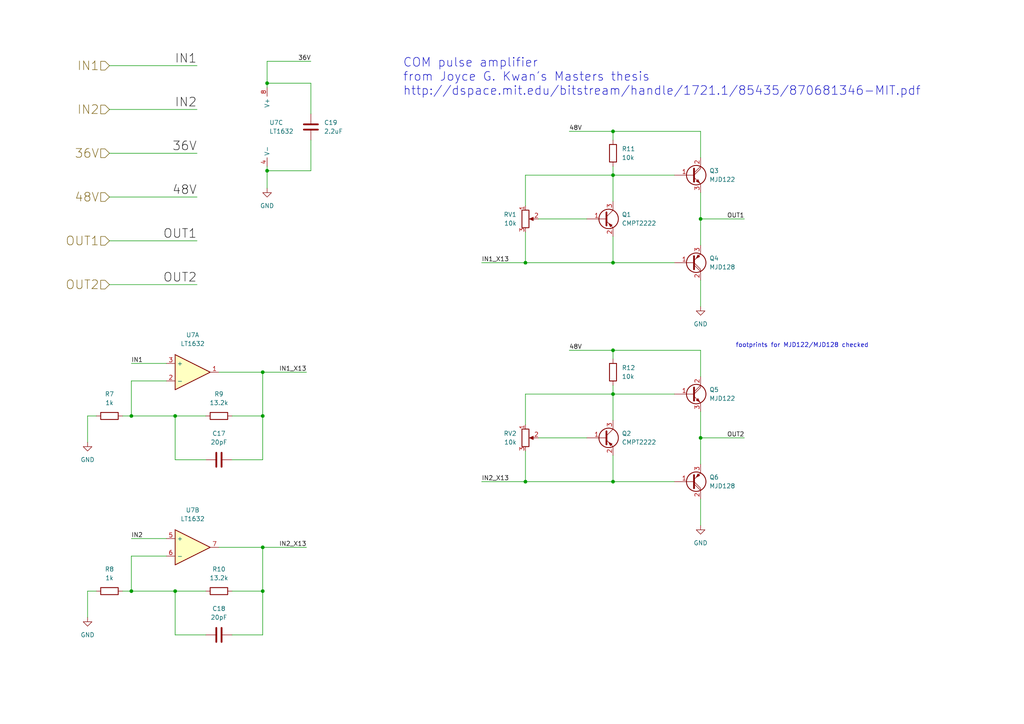
<source format=kicad_sch>
(kicad_sch (version 20211123) (generator eeschema)

  (uuid f5d5bd4a-108f-418f-8859-779e2f50ba63)

  (paper "A4")

  (lib_symbols
    (symbol "Device:C" (pin_numbers hide) (pin_names (offset 0.254)) (in_bom yes) (on_board yes)
      (property "Reference" "C" (id 0) (at 0.635 2.54 0)
        (effects (font (size 1.27 1.27)) (justify left))
      )
      (property "Value" "C" (id 1) (at 0.635 -2.54 0)
        (effects (font (size 1.27 1.27)) (justify left))
      )
      (property "Footprint" "" (id 2) (at 0.9652 -3.81 0)
        (effects (font (size 1.27 1.27)) hide)
      )
      (property "Datasheet" "~" (id 3) (at 0 0 0)
        (effects (font (size 1.27 1.27)) hide)
      )
      (property "ki_keywords" "cap capacitor" (id 4) (at 0 0 0)
        (effects (font (size 1.27 1.27)) hide)
      )
      (property "ki_description" "Unpolarized capacitor" (id 5) (at 0 0 0)
        (effects (font (size 1.27 1.27)) hide)
      )
      (property "ki_fp_filters" "C_*" (id 6) (at 0 0 0)
        (effects (font (size 1.27 1.27)) hide)
      )
      (symbol "C_0_1"
        (polyline
          (pts
            (xy -2.032 -0.762)
            (xy 2.032 -0.762)
          )
          (stroke (width 0.508) (type default) (color 0 0 0 0))
          (fill (type none))
        )
        (polyline
          (pts
            (xy -2.032 0.762)
            (xy 2.032 0.762)
          )
          (stroke (width 0.508) (type default) (color 0 0 0 0))
          (fill (type none))
        )
      )
      (symbol "C_1_1"
        (pin passive line (at 0 3.81 270) (length 2.794)
          (name "~" (effects (font (size 1.27 1.27))))
          (number "1" (effects (font (size 1.27 1.27))))
        )
        (pin passive line (at 0 -3.81 90) (length 2.794)
          (name "~" (effects (font (size 1.27 1.27))))
          (number "2" (effects (font (size 1.27 1.27))))
        )
      )
    )
    (symbol "Device:Q_NPN_Darlington_BCE" (pin_names (offset 0) hide) (in_bom yes) (on_board yes)
      (property "Reference" "Q" (id 0) (at 4.572 1.27 0)
        (effects (font (size 1.27 1.27)) (justify left))
      )
      (property "Value" "Q_NPN_Darlington_BCE" (id 1) (at 4.572 -1.27 0)
        (effects (font (size 1.27 1.27)) (justify left))
      )
      (property "Footprint" "" (id 2) (at 5.08 2.54 0)
        (effects (font (size 1.27 1.27)) hide)
      )
      (property "Datasheet" "~" (id 3) (at 0 0 0)
        (effects (font (size 1.27 1.27)) hide)
      )
      (property "ki_keywords" "transistor NPN Darlington" (id 4) (at 0 0 0)
        (effects (font (size 1.27 1.27)) hide)
      )
      (property "ki_description" "NPN Darlington transistor, base/collector/emitter" (id 5) (at 0 0 0)
        (effects (font (size 1.27 1.27)) hide)
      )
      (symbol "Q_NPN_Darlington_BCE_0_1"
        (polyline
          (pts
            (xy 0.635 0.635)
            (xy 2.54 2.54)
          )
          (stroke (width 0) (type default) (color 0 0 0 0))
          (fill (type none))
        )
        (polyline
          (pts
            (xy 0.635 -0.635)
            (xy 2.54 -2.54)
            (xy 2.54 -2.54)
          )
          (stroke (width 0) (type default) (color 0 0 0 0))
          (fill (type none))
        )
        (polyline
          (pts
            (xy 0.635 0)
            (xy 2.54 1.905)
            (xy 2.54 2.54)
          )
          (stroke (width 0) (type default) (color 0 0 0 0))
          (fill (type none))
        )
        (polyline
          (pts
            (xy 0.635 1.905)
            (xy 0.635 -1.905)
            (xy 0.635 -1.905)
          )
          (stroke (width 0.508) (type default) (color 0 0 0 0))
          (fill (type none))
        )
        (polyline
          (pts
            (xy 1.27 -1.778)
            (xy 1.778 -1.27)
            (xy 2.286 -2.286)
            (xy 1.27 -1.778)
            (xy 1.27 -1.778)
          )
          (stroke (width 0) (type default) (color 0 0 0 0))
          (fill (type outline))
        )
        (circle (center 1.27 0) (radius 2.8194)
          (stroke (width 0.254) (type default) (color 0 0 0 0))
          (fill (type none))
        )
      )
      (symbol "Q_NPN_Darlington_BCE_1_1"
        (pin input line (at -5.08 0 0) (length 5.715)
          (name "B" (effects (font (size 1.27 1.27))))
          (number "1" (effects (font (size 1.27 1.27))))
        )
        (pin passive line (at 2.54 5.08 270) (length 2.54)
          (name "C" (effects (font (size 1.27 1.27))))
          (number "2" (effects (font (size 1.27 1.27))))
        )
        (pin passive line (at 2.54 -5.08 90) (length 2.54)
          (name "E" (effects (font (size 1.27 1.27))))
          (number "3" (effects (font (size 1.27 1.27))))
        )
      )
    )
    (symbol "Device:Q_PNP_Darlington_BCE" (pin_names (offset 0) hide) (in_bom yes) (on_board yes)
      (property "Reference" "Q" (id 0) (at 4.572 1.27 0)
        (effects (font (size 1.27 1.27)) (justify left))
      )
      (property "Value" "Q_PNP_Darlington_BCE" (id 1) (at 4.572 -1.27 0)
        (effects (font (size 1.27 1.27)) (justify left))
      )
      (property "Footprint" "" (id 2) (at 5.08 2.54 0)
        (effects (font (size 1.27 1.27)) hide)
      )
      (property "Datasheet" "~" (id 3) (at 0 0 0)
        (effects (font (size 1.27 1.27)) hide)
      )
      (property "ki_keywords" "transistor PNP Darlington" (id 4) (at 0 0 0)
        (effects (font (size 1.27 1.27)) hide)
      )
      (property "ki_description" "PNP Darlington transistor, base/collector/emitter" (id 5) (at 0 0 0)
        (effects (font (size 1.27 1.27)) hide)
      )
      (symbol "Q_PNP_Darlington_BCE_0_1"
        (polyline
          (pts
            (xy 0.635 0.635)
            (xy 2.54 2.54)
          )
          (stroke (width 0) (type default) (color 0 0 0 0))
          (fill (type none))
        )
        (polyline
          (pts
            (xy 0.635 -0.635)
            (xy 2.54 -2.54)
            (xy 2.54 -2.54)
          )
          (stroke (width 0) (type default) (color 0 0 0 0))
          (fill (type none))
        )
        (polyline
          (pts
            (xy 0.635 0)
            (xy 2.54 1.905)
            (xy 2.54 2.54)
          )
          (stroke (width 0) (type default) (color 0 0 0 0))
          (fill (type none))
        )
        (polyline
          (pts
            (xy 0.635 1.905)
            (xy 0.635 -1.905)
            (xy 0.635 -1.905)
          )
          (stroke (width 0.508) (type default) (color 0 0 0 0))
          (fill (type none))
        )
        (polyline
          (pts
            (xy 2.286 -1.778)
            (xy 1.778 -2.286)
            (xy 1.27 -1.27)
            (xy 2.286 -1.778)
            (xy 2.286 -1.778)
          )
          (stroke (width 0) (type default) (color 0 0 0 0))
          (fill (type outline))
        )
        (circle (center 1.27 0) (radius 2.8194)
          (stroke (width 0.254) (type default) (color 0 0 0 0))
          (fill (type none))
        )
      )
      (symbol "Q_PNP_Darlington_BCE_1_1"
        (pin input line (at -5.08 0 0) (length 5.715)
          (name "B" (effects (font (size 1.27 1.27))))
          (number "1" (effects (font (size 1.27 1.27))))
        )
        (pin passive line (at 2.54 5.08 270) (length 2.54)
          (name "C" (effects (font (size 1.27 1.27))))
          (number "2" (effects (font (size 1.27 1.27))))
        )
        (pin passive line (at 2.54 -5.08 90) (length 2.54)
          (name "E" (effects (font (size 1.27 1.27))))
          (number "3" (effects (font (size 1.27 1.27))))
        )
      )
    )
    (symbol "Device:R" (pin_numbers hide) (pin_names (offset 0)) (in_bom yes) (on_board yes)
      (property "Reference" "R" (id 0) (at 2.032 0 90)
        (effects (font (size 1.27 1.27)))
      )
      (property "Value" "R" (id 1) (at 0 0 90)
        (effects (font (size 1.27 1.27)))
      )
      (property "Footprint" "" (id 2) (at -1.778 0 90)
        (effects (font (size 1.27 1.27)) hide)
      )
      (property "Datasheet" "~" (id 3) (at 0 0 0)
        (effects (font (size 1.27 1.27)) hide)
      )
      (property "ki_keywords" "R res resistor" (id 4) (at 0 0 0)
        (effects (font (size 1.27 1.27)) hide)
      )
      (property "ki_description" "Resistor" (id 5) (at 0 0 0)
        (effects (font (size 1.27 1.27)) hide)
      )
      (property "ki_fp_filters" "R_*" (id 6) (at 0 0 0)
        (effects (font (size 1.27 1.27)) hide)
      )
      (symbol "R_0_1"
        (rectangle (start -1.016 -2.54) (end 1.016 2.54)
          (stroke (width 0.254) (type default) (color 0 0 0 0))
          (fill (type none))
        )
      )
      (symbol "R_1_1"
        (pin passive line (at 0 3.81 270) (length 1.27)
          (name "~" (effects (font (size 1.27 1.27))))
          (number "1" (effects (font (size 1.27 1.27))))
        )
        (pin passive line (at 0 -3.81 90) (length 1.27)
          (name "~" (effects (font (size 1.27 1.27))))
          (number "2" (effects (font (size 1.27 1.27))))
        )
      )
    )
    (symbol "Device:R_Potentiometer" (pin_names (offset 1.016) hide) (in_bom yes) (on_board yes)
      (property "Reference" "RV" (id 0) (at -4.445 0 90)
        (effects (font (size 1.27 1.27)))
      )
      (property "Value" "R_Potentiometer" (id 1) (at -2.54 0 90)
        (effects (font (size 1.27 1.27)))
      )
      (property "Footprint" "" (id 2) (at 0 0 0)
        (effects (font (size 1.27 1.27)) hide)
      )
      (property "Datasheet" "~" (id 3) (at 0 0 0)
        (effects (font (size 1.27 1.27)) hide)
      )
      (property "ki_keywords" "resistor variable" (id 4) (at 0 0 0)
        (effects (font (size 1.27 1.27)) hide)
      )
      (property "ki_description" "Potentiometer" (id 5) (at 0 0 0)
        (effects (font (size 1.27 1.27)) hide)
      )
      (property "ki_fp_filters" "Potentiometer*" (id 6) (at 0 0 0)
        (effects (font (size 1.27 1.27)) hide)
      )
      (symbol "R_Potentiometer_0_1"
        (polyline
          (pts
            (xy 2.54 0)
            (xy 1.524 0)
          )
          (stroke (width 0) (type default) (color 0 0 0 0))
          (fill (type none))
        )
        (polyline
          (pts
            (xy 1.143 0)
            (xy 2.286 0.508)
            (xy 2.286 -0.508)
            (xy 1.143 0)
          )
          (stroke (width 0) (type default) (color 0 0 0 0))
          (fill (type outline))
        )
        (rectangle (start 1.016 2.54) (end -1.016 -2.54)
          (stroke (width 0.254) (type default) (color 0 0 0 0))
          (fill (type none))
        )
      )
      (symbol "R_Potentiometer_1_1"
        (pin passive line (at 0 3.81 270) (length 1.27)
          (name "1" (effects (font (size 1.27 1.27))))
          (number "1" (effects (font (size 1.27 1.27))))
        )
        (pin passive line (at 3.81 0 180) (length 1.27)
          (name "2" (effects (font (size 1.27 1.27))))
          (number "2" (effects (font (size 1.27 1.27))))
        )
        (pin passive line (at 0 -3.81 90) (length 1.27)
          (name "3" (effects (font (size 1.27 1.27))))
          (number "3" (effects (font (size 1.27 1.27))))
        )
      )
    )
    (symbol "Transistor_BJT:BC807" (pin_names (offset 0) hide) (in_bom yes) (on_board yes)
      (property "Reference" "Q" (id 0) (at 5.08 1.905 0)
        (effects (font (size 1.27 1.27)) (justify left))
      )
      (property "Value" "BC807" (id 1) (at 5.08 0 0)
        (effects (font (size 1.27 1.27)) (justify left))
      )
      (property "Footprint" "Package_TO_SOT_SMD:SOT-23" (id 2) (at 5.08 -1.905 0)
        (effects (font (size 1.27 1.27) italic) (justify left) hide)
      )
      (property "Datasheet" "https://www.onsemi.com/pub/Collateral/BC808-D.pdf" (id 3) (at 0 0 0)
        (effects (font (size 1.27 1.27)) (justify left) hide)
      )
      (property "ki_keywords" "PNP Transistor" (id 4) (at 0 0 0)
        (effects (font (size 1.27 1.27)) hide)
      )
      (property "ki_description" "0.8A Ic, 45V Vce, PNP Transistor, SOT-23" (id 5) (at 0 0 0)
        (effects (font (size 1.27 1.27)) hide)
      )
      (property "ki_fp_filters" "SOT?23*" (id 6) (at 0 0 0)
        (effects (font (size 1.27 1.27)) hide)
      )
      (symbol "BC807_0_1"
        (polyline
          (pts
            (xy 0.635 0.635)
            (xy 2.54 2.54)
          )
          (stroke (width 0) (type default) (color 0 0 0 0))
          (fill (type none))
        )
        (polyline
          (pts
            (xy 0.635 -0.635)
            (xy 2.54 -2.54)
            (xy 2.54 -2.54)
          )
          (stroke (width 0) (type default) (color 0 0 0 0))
          (fill (type none))
        )
        (polyline
          (pts
            (xy 0.635 1.905)
            (xy 0.635 -1.905)
            (xy 0.635 -1.905)
          )
          (stroke (width 0.508) (type default) (color 0 0 0 0))
          (fill (type none))
        )
        (polyline
          (pts
            (xy 2.286 -1.778)
            (xy 1.778 -2.286)
            (xy 1.27 -1.27)
            (xy 2.286 -1.778)
            (xy 2.286 -1.778)
          )
          (stroke (width 0) (type default) (color 0 0 0 0))
          (fill (type outline))
        )
        (circle (center 1.27 0) (radius 2.8194)
          (stroke (width 0.254) (type default) (color 0 0 0 0))
          (fill (type none))
        )
      )
      (symbol "BC807_1_1"
        (pin input line (at -5.08 0 0) (length 5.715)
          (name "B" (effects (font (size 1.27 1.27))))
          (number "1" (effects (font (size 1.27 1.27))))
        )
        (pin passive line (at 2.54 -5.08 90) (length 2.54)
          (name "E" (effects (font (size 1.27 1.27))))
          (number "2" (effects (font (size 1.27 1.27))))
        )
        (pin passive line (at 2.54 5.08 270) (length 2.54)
          (name "C" (effects (font (size 1.27 1.27))))
          (number "3" (effects (font (size 1.27 1.27))))
        )
      )
    )
    (symbol "power:GND" (power) (pin_names (offset 0)) (in_bom yes) (on_board yes)
      (property "Reference" "#PWR" (id 0) (at 0 -6.35 0)
        (effects (font (size 1.27 1.27)) hide)
      )
      (property "Value" "GND" (id 1) (at 0 -3.81 0)
        (effects (font (size 1.27 1.27)))
      )
      (property "Footprint" "" (id 2) (at 0 0 0)
        (effects (font (size 1.27 1.27)) hide)
      )
      (property "Datasheet" "" (id 3) (at 0 0 0)
        (effects (font (size 1.27 1.27)) hide)
      )
      (property "ki_keywords" "power-flag" (id 4) (at 0 0 0)
        (effects (font (size 1.27 1.27)) hide)
      )
      (property "ki_description" "Power symbol creates a global label with name \"GND\" , ground" (id 5) (at 0 0 0)
        (effects (font (size 1.27 1.27)) hide)
      )
      (symbol "GND_0_1"
        (polyline
          (pts
            (xy 0 0)
            (xy 0 -1.27)
            (xy 1.27 -1.27)
            (xy 0 -2.54)
            (xy -1.27 -1.27)
            (xy 0 -1.27)
          )
          (stroke (width 0) (type default) (color 0 0 0 0))
          (fill (type none))
        )
      )
      (symbol "GND_1_1"
        (pin power_in line (at 0 0 270) (length 0) hide
          (name "GND" (effects (font (size 1.27 1.27))))
          (number "1" (effects (font (size 1.27 1.27))))
        )
      )
    )
    (symbol "printhead_controller:LT1632" (in_bom yes) (on_board yes)
      (property "Reference" "U" (id 0) (at 6.35 -10.16 0)
        (effects (font (size 1.27 1.27)))
      )
      (property "Value" "LT1632" (id 1) (at 6.35 1.27 0)
        (effects (font (size 1.27 1.27)))
      )
      (property "Footprint" "" (id 2) (at -1.27 5.08 0)
        (effects (font (size 1.27 1.27)) hide)
      )
      (property "Datasheet" "" (id 3) (at -1.27 5.08 0)
        (effects (font (size 1.27 1.27)) hide)
      )
      (property "ki_locked" "" (id 4) (at 0 0 0)
        (effects (font (size 1.27 1.27)))
      )
      (symbol "LT1632_1_1"
        (polyline
          (pts
            (xy 0 0)
            (xy 10.16 -5.08)
            (xy 0 -10.16)
            (xy 0 0)
          )
          (stroke (width 0.254) (type default) (color 0 0 0 0))
          (fill (type background))
        )
        (pin output line (at 12.7 -5.08 180) (length 2.54)
          (name "~" (effects (font (size 1.27 1.27))))
          (number "1" (effects (font (size 1.27 1.27))))
        )
        (pin input line (at -2.54 -7.62 0) (length 2.54)
          (name "-" (effects (font (size 1.27 1.27))))
          (number "2" (effects (font (size 1.27 1.27))))
        )
        (pin input line (at -2.54 -2.54 0) (length 2.54)
          (name "+" (effects (font (size 1.27 1.27))))
          (number "3" (effects (font (size 1.27 1.27))))
        )
      )
      (symbol "LT1632_2_1"
        (polyline
          (pts
            (xy 0 0)
            (xy 10.16 -5.08)
            (xy 0 -10.16)
            (xy 0 0)
          )
          (stroke (width 0.254) (type default) (color 0 0 0 0))
          (fill (type background))
        )
        (pin input line (at -2.54 -2.54 0) (length 2.54)
          (name "+" (effects (font (size 1.27 1.27))))
          (number "5" (effects (font (size 1.27 1.27))))
        )
        (pin input line (at -2.54 -7.62 0) (length 2.54)
          (name "-" (effects (font (size 1.27 1.27))))
          (number "6" (effects (font (size 1.27 1.27))))
        )
        (pin output line (at 12.7 -5.08 180) (length 2.54)
          (name "~" (effects (font (size 1.27 1.27))))
          (number "7" (effects (font (size 1.27 1.27))))
        )
      )
      (symbol "LT1632_3_1"
        (pin power_in line (at 0 -15.24 90) (length 2.54)
          (name "V-" (effects (font (size 1.27 1.27))))
          (number "4" (effects (font (size 1.27 1.27))))
        )
        (pin power_in line (at 0 7.62 270) (length 2.54)
          (name "V+" (effects (font (size 1.27 1.27))))
          (number "8" (effects (font (size 1.27 1.27))))
        )
      )
    )
  )

  (junction (at 152.4 76.2) (diameter 0) (color 0 0 0 0)
    (uuid 18e7795d-43b5-41a7-9cfe-ecb26e8439a9)
  )
  (junction (at 38.1 120.65) (diameter 0) (color 0 0 0 0)
    (uuid 1b4a6166-4725-4a05-a1c5-04892f87e6ee)
  )
  (junction (at 77.47 49.53) (diameter 0) (color 0 0 0 0)
    (uuid 2047fab7-4438-44d6-a7bd-b633ab9c8903)
  )
  (junction (at 76.2 158.75) (diameter 0) (color 0 0 0 0)
    (uuid 2499d4dd-e809-477f-964d-c1d66766dec7)
  )
  (junction (at 177.8 139.7) (diameter 0) (color 0 0 0 0)
    (uuid 257efb3f-4412-4cd5-bd92-1d10dc6653b1)
  )
  (junction (at 152.4 139.7) (diameter 0) (color 0 0 0 0)
    (uuid 2acd027b-37a5-41af-a340-0c0a048bb921)
  )
  (junction (at 77.47 24.13) (diameter 0) (color 0 0 0 0)
    (uuid 3455a9df-9f1a-44d6-837e-63232bd5fd3e)
  )
  (junction (at 177.8 76.2) (diameter 0) (color 0 0 0 0)
    (uuid 6d3aaca4-857a-403a-8044-e8551c6e817b)
  )
  (junction (at 76.2 120.65) (diameter 0) (color 0 0 0 0)
    (uuid 7ea11f9f-f42a-4fdd-a445-99f391338dd2)
  )
  (junction (at 203.2 127) (diameter 0) (color 0 0 0 0)
    (uuid 91dcd567-f8cf-42ad-9143-940d34e008e1)
  )
  (junction (at 177.8 50.8) (diameter 0) (color 0 0 0 0)
    (uuid 95d8cb5e-601c-4470-a7f2-2e117dd2bd21)
  )
  (junction (at 50.8 120.65) (diameter 0) (color 0 0 0 0)
    (uuid 9ecc58ff-e323-48cb-8bd0-d49d57bff66c)
  )
  (junction (at 38.1 171.45) (diameter 0) (color 0 0 0 0)
    (uuid b24fea72-2ed4-4a01-b03e-48f44d315ead)
  )
  (junction (at 177.8 101.6) (diameter 0) (color 0 0 0 0)
    (uuid b6fec206-5fbc-4fab-a5a7-88a6baefa5d5)
  )
  (junction (at 76.2 107.95) (diameter 0) (color 0 0 0 0)
    (uuid ccac073e-b4c1-42c7-9163-a26671340667)
  )
  (junction (at 177.8 114.3) (diameter 0) (color 0 0 0 0)
    (uuid e74dc3b3-c4b8-4efe-a5d0-e1f91c2dba35)
  )
  (junction (at 203.2 63.5) (diameter 0) (color 0 0 0 0)
    (uuid ea05ed4a-e5d5-4f2a-9543-2d5ae2bc1207)
  )
  (junction (at 177.8 38.1) (diameter 0) (color 0 0 0 0)
    (uuid ea1981a2-ece5-469a-b96b-674c19323889)
  )
  (junction (at 76.2 171.45) (diameter 0) (color 0 0 0 0)
    (uuid ea7b7fb0-2940-4b1f-ad01-3a094a8ec7ae)
  )
  (junction (at 50.8 171.45) (diameter 0) (color 0 0 0 0)
    (uuid f68db60b-f9c0-4221-8d3d-01c7f30a9a81)
  )

  (wire (pts (xy 156.21 127) (xy 170.18 127))
    (stroke (width 0) (type default) (color 0 0 0 0))
    (uuid 03ab312a-6f23-46ae-a6ba-23c660dab3e0)
  )
  (wire (pts (xy 203.2 127) (xy 203.2 134.62))
    (stroke (width 0) (type default) (color 0 0 0 0))
    (uuid 0cb47f4d-4a24-4e24-8352-8a24c262d4ed)
  )
  (wire (pts (xy 177.8 76.2) (xy 195.58 76.2))
    (stroke (width 0) (type default) (color 0 0 0 0))
    (uuid 131d16c0-e50e-4139-82f3-d638d528fabe)
  )
  (wire (pts (xy 156.21 63.5) (xy 170.18 63.5))
    (stroke (width 0) (type default) (color 0 0 0 0))
    (uuid 1649c86b-fbd9-43ed-9f56-fe1511e1cfb0)
  )
  (wire (pts (xy 152.4 114.3) (xy 177.8 114.3))
    (stroke (width 0) (type default) (color 0 0 0 0))
    (uuid 175d77aa-dc99-406b-9ead-814da7e24d94)
  )
  (wire (pts (xy 38.1 105.41) (xy 48.26 105.41))
    (stroke (width 0) (type default) (color 0 0 0 0))
    (uuid 17ac3a6f-6185-4444-af6a-9d67111567c7)
  )
  (wire (pts (xy 59.69 184.15) (xy 50.8 184.15))
    (stroke (width 0) (type default) (color 0 0 0 0))
    (uuid 1b2c612a-82c6-419c-a460-123d68d93bea)
  )
  (wire (pts (xy 203.2 63.5) (xy 215.9 63.5))
    (stroke (width 0) (type default) (color 0 0 0 0))
    (uuid 1bc2ba10-5cc8-4117-91b5-0cdb2b970cfb)
  )
  (wire (pts (xy 27.94 171.45) (xy 25.4 171.45))
    (stroke (width 0) (type default) (color 0 0 0 0))
    (uuid 1e4feefe-8f6f-4c25-bd93-e5673d6569d6)
  )
  (wire (pts (xy 177.8 68.58) (xy 177.8 76.2))
    (stroke (width 0) (type default) (color 0 0 0 0))
    (uuid 28229946-ee69-4c28-9360-631527525b39)
  )
  (wire (pts (xy 139.7 76.2) (xy 152.4 76.2))
    (stroke (width 0) (type default) (color 0 0 0 0))
    (uuid 2873fc4b-27d9-4579-9eaa-c9ccd91cb36d)
  )
  (wire (pts (xy 76.2 158.75) (xy 88.9 158.75))
    (stroke (width 0) (type default) (color 0 0 0 0))
    (uuid 2b57df86-7d63-471c-864b-fe81929991e1)
  )
  (wire (pts (xy 165.1 101.6) (xy 177.8 101.6))
    (stroke (width 0) (type default) (color 0 0 0 0))
    (uuid 2e42b422-f65f-4629-a1ee-c5e1e3558856)
  )
  (wire (pts (xy 139.7 139.7) (xy 152.4 139.7))
    (stroke (width 0) (type default) (color 0 0 0 0))
    (uuid 2e864f4c-c016-42bb-b503-750b81ffe14d)
  )
  (wire (pts (xy 177.8 50.8) (xy 195.58 50.8))
    (stroke (width 0) (type default) (color 0 0 0 0))
    (uuid 35805c8e-d5e9-4caa-b585-f20651f118fe)
  )
  (wire (pts (xy 35.56 171.45) (xy 38.1 171.45))
    (stroke (width 0) (type default) (color 0 0 0 0))
    (uuid 3bbc1727-f3ea-48fc-afcf-e047b72f4942)
  )
  (wire (pts (xy 77.47 17.78) (xy 90.17 17.78))
    (stroke (width 0) (type default) (color 0 0 0 0))
    (uuid 3d9e7600-ca0b-4697-bdec-a347e17a7132)
  )
  (wire (pts (xy 67.31 133.35) (xy 76.2 133.35))
    (stroke (width 0) (type default) (color 0 0 0 0))
    (uuid 3e1ce142-10ad-47c2-b811-dea68c1e4da3)
  )
  (wire (pts (xy 31.75 69.85) (xy 57.15 69.85))
    (stroke (width 0) (type default) (color 0 0 0 0))
    (uuid 43c7fbc7-e6f1-4ef1-bfe7-487266298bd6)
  )
  (wire (pts (xy 31.75 44.45) (xy 57.15 44.45))
    (stroke (width 0) (type default) (color 0 0 0 0))
    (uuid 44344dc6-16db-4567-9fc6-cdc69ce82cdd)
  )
  (wire (pts (xy 31.75 57.15) (xy 57.15 57.15))
    (stroke (width 0) (type default) (color 0 0 0 0))
    (uuid 4889cf4c-5f45-4304-b341-0020d93244ad)
  )
  (wire (pts (xy 67.31 120.65) (xy 76.2 120.65))
    (stroke (width 0) (type default) (color 0 0 0 0))
    (uuid 4a94e72b-65e5-44ec-ac00-5cec41fc92e1)
  )
  (wire (pts (xy 203.2 63.5) (xy 203.2 71.12))
    (stroke (width 0) (type default) (color 0 0 0 0))
    (uuid 4bf7e916-cd5e-4cad-af15-ad0d96978480)
  )
  (wire (pts (xy 177.8 101.6) (xy 203.2 101.6))
    (stroke (width 0) (type default) (color 0 0 0 0))
    (uuid 4da1ef7c-c84f-49b1-ac92-410d781a3a86)
  )
  (wire (pts (xy 90.17 40.64) (xy 90.17 49.53))
    (stroke (width 0) (type default) (color 0 0 0 0))
    (uuid 4f68daba-b7f8-467a-a8c1-a3f3139ec69c)
  )
  (wire (pts (xy 152.4 130.81) (xy 152.4 139.7))
    (stroke (width 0) (type default) (color 0 0 0 0))
    (uuid 4fd529ac-57c7-4aeb-9a05-2f64b5063a9a)
  )
  (wire (pts (xy 25.4 171.45) (xy 25.4 179.07))
    (stroke (width 0) (type default) (color 0 0 0 0))
    (uuid 5183cef6-48b6-405e-8b2f-919941cf5d1a)
  )
  (wire (pts (xy 25.4 120.65) (xy 25.4 128.27))
    (stroke (width 0) (type default) (color 0 0 0 0))
    (uuid 51ea270f-5514-4f3a-ab9d-2dd59f8cad54)
  )
  (wire (pts (xy 59.69 171.45) (xy 50.8 171.45))
    (stroke (width 0) (type default) (color 0 0 0 0))
    (uuid 5fd6d7a0-874f-4d2f-abe1-43ecbc16c05a)
  )
  (wire (pts (xy 50.8 120.65) (xy 38.1 120.65))
    (stroke (width 0) (type default) (color 0 0 0 0))
    (uuid 5fe13315-4c3f-44bd-b013-af899292ccd4)
  )
  (wire (pts (xy 38.1 120.65) (xy 38.1 110.49))
    (stroke (width 0) (type default) (color 0 0 0 0))
    (uuid 64e54a22-63a0-4db2-b405-8a28a973ed5d)
  )
  (wire (pts (xy 77.47 49.53) (xy 77.47 54.61))
    (stroke (width 0) (type default) (color 0 0 0 0))
    (uuid 6536fd25-e11a-45b5-a191-903fb2252b5c)
  )
  (wire (pts (xy 76.2 107.95) (xy 76.2 120.65))
    (stroke (width 0) (type default) (color 0 0 0 0))
    (uuid 6ab023a5-18e9-4917-b473-fed7568432cb)
  )
  (wire (pts (xy 67.31 171.45) (xy 76.2 171.45))
    (stroke (width 0) (type default) (color 0 0 0 0))
    (uuid 6c87cdd1-74f7-433f-bb56-338bb52cf50c)
  )
  (wire (pts (xy 90.17 49.53) (xy 77.47 49.53))
    (stroke (width 0) (type default) (color 0 0 0 0))
    (uuid 6d1fba03-6e21-4d57-8758-7ff3bdb4371e)
  )
  (wire (pts (xy 152.4 139.7) (xy 177.8 139.7))
    (stroke (width 0) (type default) (color 0 0 0 0))
    (uuid 6f2e51f1-8b3b-4288-a528-a9c9740bc468)
  )
  (wire (pts (xy 38.1 161.29) (xy 48.26 161.29))
    (stroke (width 0) (type default) (color 0 0 0 0))
    (uuid 70492fcd-4e8e-46a5-b208-f7d049048a42)
  )
  (wire (pts (xy 59.69 133.35) (xy 50.8 133.35))
    (stroke (width 0) (type default) (color 0 0 0 0))
    (uuid 71a63284-9d43-4fe2-87ee-fe752e13e1b0)
  )
  (wire (pts (xy 203.2 109.22) (xy 203.2 101.6))
    (stroke (width 0) (type default) (color 0 0 0 0))
    (uuid 7483c932-b4c4-4caf-bdcd-b08c469cff4f)
  )
  (wire (pts (xy 50.8 184.15) (xy 50.8 171.45))
    (stroke (width 0) (type default) (color 0 0 0 0))
    (uuid 79400f1c-8b0d-436a-9d6f-b23934a147b3)
  )
  (wire (pts (xy 152.4 123.19) (xy 152.4 114.3))
    (stroke (width 0) (type default) (color 0 0 0 0))
    (uuid 7a7cfdf7-3be7-4da3-a1cf-ef194b6103a4)
  )
  (wire (pts (xy 152.4 59.69) (xy 152.4 50.8))
    (stroke (width 0) (type default) (color 0 0 0 0))
    (uuid 7ad2bd2b-3948-4cd3-800c-a759f4c5c953)
  )
  (wire (pts (xy 177.8 114.3) (xy 177.8 121.92))
    (stroke (width 0) (type default) (color 0 0 0 0))
    (uuid 7b301e5d-bd50-400e-8de8-5ce1d6df7c78)
  )
  (wire (pts (xy 59.69 120.65) (xy 50.8 120.65))
    (stroke (width 0) (type default) (color 0 0 0 0))
    (uuid 84dee496-1dd4-4463-8f37-049a56b3bb13)
  )
  (wire (pts (xy 76.2 158.75) (xy 76.2 171.45))
    (stroke (width 0) (type default) (color 0 0 0 0))
    (uuid 865b43c9-ec4c-4d6b-9eaf-c9ec6c049a90)
  )
  (wire (pts (xy 177.8 38.1) (xy 177.8 40.64))
    (stroke (width 0) (type default) (color 0 0 0 0))
    (uuid 89e2e07f-bfd5-4637-a28a-724f1c6ff83d)
  )
  (wire (pts (xy 76.2 184.15) (xy 76.2 171.45))
    (stroke (width 0) (type default) (color 0 0 0 0))
    (uuid 8a7bf02f-8944-4999-bcb4-3481a07eedd8)
  )
  (wire (pts (xy 177.8 101.6) (xy 177.8 104.14))
    (stroke (width 0) (type default) (color 0 0 0 0))
    (uuid 95fe7ece-8cd4-4cc9-bf20-364788e27dd1)
  )
  (wire (pts (xy 177.8 38.1) (xy 203.2 38.1))
    (stroke (width 0) (type default) (color 0 0 0 0))
    (uuid 96c06db2-23d8-4744-8a2b-9a4e398f3d2e)
  )
  (wire (pts (xy 203.2 119.38) (xy 203.2 127))
    (stroke (width 0) (type default) (color 0 0 0 0))
    (uuid 971ac786-10d3-4862-a4b5-13baae1f3745)
  )
  (wire (pts (xy 27.94 120.65) (xy 25.4 120.65))
    (stroke (width 0) (type default) (color 0 0 0 0))
    (uuid 9817eee4-8e40-4905-b16a-042f7c00d7c2)
  )
  (wire (pts (xy 76.2 133.35) (xy 76.2 120.65))
    (stroke (width 0) (type default) (color 0 0 0 0))
    (uuid 9874ded3-3b3c-4100-8d73-f4cdf243d876)
  )
  (wire (pts (xy 76.2 107.95) (xy 88.9 107.95))
    (stroke (width 0) (type default) (color 0 0 0 0))
    (uuid 9c5fdea7-89b3-4ae1-8821-1ecea4605011)
  )
  (wire (pts (xy 77.47 48.26) (xy 77.47 49.53))
    (stroke (width 0) (type default) (color 0 0 0 0))
    (uuid 9dd3490b-5e2b-4b33-a1c9-f7f2cefd91cd)
  )
  (wire (pts (xy 50.8 171.45) (xy 38.1 171.45))
    (stroke (width 0) (type default) (color 0 0 0 0))
    (uuid a6b400dc-0d17-4ced-9be9-897e4dfcab6f)
  )
  (wire (pts (xy 38.1 110.49) (xy 48.26 110.49))
    (stroke (width 0) (type default) (color 0 0 0 0))
    (uuid a71bc298-cf8c-48d4-9cdf-3b6073c2fae3)
  )
  (wire (pts (xy 35.56 120.65) (xy 38.1 120.65))
    (stroke (width 0) (type default) (color 0 0 0 0))
    (uuid a9dfdd1f-fef2-40ba-8a1a-cad7eb585672)
  )
  (wire (pts (xy 165.1 38.1) (xy 177.8 38.1))
    (stroke (width 0) (type default) (color 0 0 0 0))
    (uuid aa1d6f57-cc4d-40d4-9abb-f8ab7b3ea672)
  )
  (wire (pts (xy 77.47 24.13) (xy 90.17 24.13))
    (stroke (width 0) (type default) (color 0 0 0 0))
    (uuid acb98948-5435-4900-88d1-e57a95e97e76)
  )
  (wire (pts (xy 31.75 31.75) (xy 57.15 31.75))
    (stroke (width 0) (type default) (color 0 0 0 0))
    (uuid ae51dbb7-83fa-4f7b-9540-1c1732bde9d0)
  )
  (wire (pts (xy 177.8 111.76) (xy 177.8 114.3))
    (stroke (width 0) (type default) (color 0 0 0 0))
    (uuid b16bff03-3bd0-40ee-9765-97b00fe14298)
  )
  (wire (pts (xy 177.8 114.3) (xy 195.58 114.3))
    (stroke (width 0) (type default) (color 0 0 0 0))
    (uuid b2e5e56a-229d-4450-9cde-7a2dc599daa0)
  )
  (wire (pts (xy 63.5 107.95) (xy 76.2 107.95))
    (stroke (width 0) (type default) (color 0 0 0 0))
    (uuid b4721282-a1fd-455a-8d14-bed41892ca86)
  )
  (wire (pts (xy 31.75 82.55) (xy 57.15 82.55))
    (stroke (width 0) (type default) (color 0 0 0 0))
    (uuid b7f3c8fd-bfa1-4a25-a108-035af07b83d9)
  )
  (wire (pts (xy 38.1 171.45) (xy 38.1 161.29))
    (stroke (width 0) (type default) (color 0 0 0 0))
    (uuid b7f47ec8-6f82-4336-b17a-d18772ef4580)
  )
  (wire (pts (xy 31.75 19.05) (xy 57.15 19.05))
    (stroke (width 0) (type default) (color 0 0 0 0))
    (uuid bc0c0466-679f-4aec-80cb-99b94bdc7322)
  )
  (wire (pts (xy 67.31 184.15) (xy 76.2 184.15))
    (stroke (width 0) (type default) (color 0 0 0 0))
    (uuid bd42c056-ddcf-462a-9235-63e0b80e2b8c)
  )
  (wire (pts (xy 177.8 48.26) (xy 177.8 50.8))
    (stroke (width 0) (type default) (color 0 0 0 0))
    (uuid becde8b2-e612-40ad-a68b-1dcecb1efbf9)
  )
  (wire (pts (xy 38.1 156.21) (xy 48.26 156.21))
    (stroke (width 0) (type default) (color 0 0 0 0))
    (uuid c2998688-9c54-443e-851f-1a0dc8fa313e)
  )
  (wire (pts (xy 152.4 50.8) (xy 177.8 50.8))
    (stroke (width 0) (type default) (color 0 0 0 0))
    (uuid cb7721bf-f91c-4ce7-96bc-d56000a3fa02)
  )
  (wire (pts (xy 152.4 76.2) (xy 177.8 76.2))
    (stroke (width 0) (type default) (color 0 0 0 0))
    (uuid cb80e8d5-6ae0-49e2-8586-e41dbc9ca589)
  )
  (wire (pts (xy 203.2 55.88) (xy 203.2 63.5))
    (stroke (width 0) (type default) (color 0 0 0 0))
    (uuid ce34cc60-fb8b-46ce-99a3-8d2a050f8853)
  )
  (wire (pts (xy 77.47 17.78) (xy 77.47 24.13))
    (stroke (width 0) (type default) (color 0 0 0 0))
    (uuid d32b0c5a-7313-4f21-82f0-da5c7750c318)
  )
  (wire (pts (xy 203.2 127) (xy 215.9 127))
    (stroke (width 0) (type default) (color 0 0 0 0))
    (uuid d49d8d94-4f9b-46bd-a71c-7b3e0b0310eb)
  )
  (wire (pts (xy 203.2 81.28) (xy 203.2 88.9))
    (stroke (width 0) (type default) (color 0 0 0 0))
    (uuid d8e05d7c-9ca8-4c0b-a849-b7d3f46fcf68)
  )
  (wire (pts (xy 177.8 139.7) (xy 195.58 139.7))
    (stroke (width 0) (type default) (color 0 0 0 0))
    (uuid df263a39-7ec7-4424-b062-f67e54f74603)
  )
  (wire (pts (xy 77.47 24.13) (xy 77.47 25.4))
    (stroke (width 0) (type default) (color 0 0 0 0))
    (uuid e01bd55c-e172-40af-84cc-ac41b38eab5f)
  )
  (wire (pts (xy 152.4 67.31) (xy 152.4 76.2))
    (stroke (width 0) (type default) (color 0 0 0 0))
    (uuid e45d9ae3-063c-4fce-8f9f-17034a6c888e)
  )
  (wire (pts (xy 63.5 158.75) (xy 76.2 158.75))
    (stroke (width 0) (type default) (color 0 0 0 0))
    (uuid e9d75d47-86bf-4562-a079-3bfd5332538a)
  )
  (wire (pts (xy 203.2 45.72) (xy 203.2 38.1))
    (stroke (width 0) (type default) (color 0 0 0 0))
    (uuid ea035a84-a77e-4d5f-a683-ae1bdc7bf8ff)
  )
  (wire (pts (xy 177.8 50.8) (xy 177.8 58.42))
    (stroke (width 0) (type default) (color 0 0 0 0))
    (uuid ea059cad-a3b7-4f8d-8f4f-2739411a793b)
  )
  (wire (pts (xy 90.17 24.13) (xy 90.17 33.02))
    (stroke (width 0) (type default) (color 0 0 0 0))
    (uuid ed5c5691-5733-473c-8850-f2cf67d8781f)
  )
  (wire (pts (xy 50.8 133.35) (xy 50.8 120.65))
    (stroke (width 0) (type default) (color 0 0 0 0))
    (uuid f226e29a-2a99-4897-92c7-846515e7a687)
  )
  (wire (pts (xy 177.8 132.08) (xy 177.8 139.7))
    (stroke (width 0) (type default) (color 0 0 0 0))
    (uuid f474e875-f88b-4382-a6c9-fba03861655d)
  )
  (wire (pts (xy 203.2 144.78) (xy 203.2 152.4))
    (stroke (width 0) (type default) (color 0 0 0 0))
    (uuid fcccf04d-28a9-45e6-894a-defde9c64c2f)
  )

  (text "COM pulse amplifier\nfrom Joyce G. Kwan's Masters thesis\nhttp://dspace.mit.edu/bitstream/handle/1721.1/85435/870681346-MIT.pdf"
    (at 116.84 27.94 0)
    (effects (font (size 2.54 2.54)) (justify left bottom))
    (uuid 49fdefd5-4b8f-41ff-91d2-13e72a6ad362)
  )
  (text "footprints for MJD122/MJD128 checked" (at 213.36 100.965 0)
    (effects (font (size 1.27 1.27)) (justify left bottom))
    (uuid 7f51d26e-a9ed-4828-b9c8-2d1129f59e74)
  )

  (label "OUT1" (at 215.9 63.5 180)
    (effects (font (size 1.27 1.27)) (justify right bottom))
    (uuid 0dec5548-791f-4c18-8987-acb440748caa)
  )
  (label "48V" (at 57.15 57.15 180)
    (effects (font (size 2.54 2.54)) (justify right bottom))
    (uuid 26291b2e-6dc5-4337-ac4b-ca99b0a5989c)
  )
  (label "48V" (at 165.1 38.1 0)
    (effects (font (size 1.27 1.27)) (justify left bottom))
    (uuid 2afa7d6a-0388-4361-912f-217a12bfe45c)
  )
  (label "IN2_X13" (at 139.7 139.7 0)
    (effects (font (size 1.27 1.27)) (justify left bottom))
    (uuid 4690be59-501a-43c1-b366-2e97ad57bdba)
  )
  (label "IN2" (at 38.1 156.21 0)
    (effects (font (size 1.27 1.27)) (justify left bottom))
    (uuid 47c73527-330b-4083-ba59-230679c00fad)
  )
  (label "OUT2" (at 57.15 82.55 180)
    (effects (font (size 2.54 2.54)) (justify right bottom))
    (uuid 7d8f7955-fdd6-42c7-8c34-e59294bb5a6f)
  )
  (label "IN1_X13" (at 88.9 107.95 180)
    (effects (font (size 1.27 1.27)) (justify right bottom))
    (uuid 83de0bdd-a8c5-4d75-ae9f-91e4dd23a960)
  )
  (label "IN1_X13" (at 139.7 76.2 0)
    (effects (font (size 1.27 1.27)) (justify left bottom))
    (uuid 96d1a10d-a381-4cbf-949e-f994d0df6240)
  )
  (label "36V" (at 90.17 17.78 180)
    (effects (font (size 1.27 1.27)) (justify right bottom))
    (uuid bbbc8cc4-759b-47f2-b7cc-8cce26991809)
  )
  (label "48V" (at 165.1 101.6 0)
    (effects (font (size 1.27 1.27)) (justify left bottom))
    (uuid bf30a45a-7f77-41e5-900f-919a94045f56)
  )
  (label "IN1" (at 57.15 19.05 180)
    (effects (font (size 2.54 2.54)) (justify right bottom))
    (uuid cad8f917-7de5-400d-8c0d-91de09b3113b)
  )
  (label "36V" (at 57.15 44.45 180)
    (effects (font (size 2.54 2.54)) (justify right bottom))
    (uuid d78164aa-2735-4db4-a4dd-2d33079ac24a)
  )
  (label "IN2" (at 57.15 31.75 180)
    (effects (font (size 2.54 2.54)) (justify right bottom))
    (uuid de47bf03-bc9b-4837-a543-f8a28e0a8b43)
  )
  (label "IN1" (at 38.1 105.41 0)
    (effects (font (size 1.27 1.27)) (justify left bottom))
    (uuid e5a4c79e-78dd-42d6-a32d-43e4b2059408)
  )
  (label "IN2_X13" (at 88.9 158.75 180)
    (effects (font (size 1.27 1.27)) (justify right bottom))
    (uuid eeb9de56-1bc3-4b84-9c99-987abf6b9c6f)
  )
  (label "OUT1" (at 57.15 69.85 180)
    (effects (font (size 2.54 2.54)) (justify right bottom))
    (uuid f5ae8432-0f55-48a0-8ca0-32c7756c71d1)
  )
  (label "OUT2" (at 215.9 127 180)
    (effects (font (size 1.27 1.27)) (justify right bottom))
    (uuid f77675b0-eac3-41bc-9d37-3018e448a32c)
  )

  (hierarchical_label "36V" (shape input) (at 31.75 44.45 180)
    (effects (font (size 2.54 2.54)) (justify right))
    (uuid 1027a041-88b2-4c89-a66a-fd659aaee689)
  )
  (hierarchical_label "48V" (shape input) (at 31.75 57.15 180)
    (effects (font (size 2.54 2.54)) (justify right))
    (uuid 7c516532-6045-4665-bae6-94e59d860016)
  )
  (hierarchical_label "IN2" (shape input) (at 31.75 31.75 180)
    (effects (font (size 2.54 2.54)) (justify right))
    (uuid c020ae85-23e9-4951-b990-067e448c1298)
  )
  (hierarchical_label "IN1" (shape input) (at 31.75 19.05 180)
    (effects (font (size 2.54 2.54)) (justify right))
    (uuid e4702da1-ddda-4027-a894-c06360e5d0e7)
  )
  (hierarchical_label "OUT2" (shape input) (at 31.75 82.55 180)
    (effects (font (size 2.54 2.54)) (justify right))
    (uuid f342f796-218d-4ab4-b628-727f41421373)
  )
  (hierarchical_label "OUT1" (shape input) (at 31.75 69.85 180)
    (effects (font (size 2.54 2.54)) (justify right))
    (uuid fe52c985-1489-4dfd-9602-5a434549e961)
  )

  (symbol (lib_id "power:GND") (at 203.2 88.9 0) (unit 1)
    (in_bom yes) (on_board yes)
    (uuid 05bdcf5a-df67-404e-80b0-f51b91951192)
    (property "Reference" "#PWR032" (id 0) (at 203.2 95.25 0)
      (effects (font (size 1.27 1.27)) hide)
    )
    (property "Value" "GND" (id 1) (at 203.2 93.98 0))
    (property "Footprint" "" (id 2) (at 203.2 88.9 0)
      (effects (font (size 1.27 1.27)) hide)
    )
    (property "Datasheet" "" (id 3) (at 203.2 88.9 0)
      (effects (font (size 1.27 1.27)) hide)
    )
    (pin "1" (uuid 819f9a5d-cdd7-494c-ae2f-f4200ca0aac7))
  )

  (symbol (lib_id "Device:R") (at 31.75 120.65 90) (unit 1)
    (in_bom yes) (on_board yes) (fields_autoplaced)
    (uuid 0af3205f-9c51-4110-a230-8ca577230dd1)
    (property "Reference" "R7" (id 0) (at 31.75 114.3 90))
    (property "Value" "1k" (id 1) (at 31.75 116.84 90))
    (property "Footprint" "Resistor_SMD:R_0603_1608Metric_Pad0.98x0.95mm_HandSolder" (id 2) (at 31.75 122.428 90)
      (effects (font (size 1.27 1.27)) hide)
    )
    (property "Datasheet" "~" (id 3) (at 31.75 120.65 0)
      (effects (font (size 1.27 1.27)) hide)
    )
    (property "manf#" "RK73H1JTTD1001F" (id 4) (at 31.75 120.65 90)
      (effects (font (size 1.27 1.27)) hide)
    )
    (pin "1" (uuid 41cc460f-6cd3-4446-aff5-c41399f32196))
    (pin "2" (uuid c5332382-7c53-4939-8ceb-a955ddbe38a2))
  )

  (symbol (lib_id "printhead_controller:LT1632") (at 50.8 153.67 0) (unit 2)
    (in_bom yes) (on_board yes) (fields_autoplaced)
    (uuid 0d53d2f5-21f8-45ad-816a-f85d562f118c)
    (property "Reference" "U7" (id 0) (at 55.88 147.955 0))
    (property "Value" "LT1632" (id 1) (at 55.88 150.495 0))
    (property "Footprint" "Package_SO:SOIC-8_3.9x4.9mm_P1.27mm" (id 2) (at 49.53 148.59 0)
      (effects (font (size 1.27 1.27)) hide)
    )
    (property "Datasheet" "" (id 3) (at 49.53 148.59 0)
      (effects (font (size 1.27 1.27)) hide)
    )
    (property "manf#" "LT1632IS8#TRPBF" (id 4) (at 50.8 153.67 0)
      (effects (font (size 1.27 1.27)) hide)
    )
    (pin "5" (uuid ef745bce-5188-4bac-8a6d-80ac3d425cd9))
    (pin "6" (uuid 87696629-c2b6-48cf-b383-096054d6b190))
    (pin "7" (uuid f9a89486-8305-4fed-866d-114296da5e1e))
  )

  (symbol (lib_id "power:GND") (at 203.2 152.4 0) (unit 1)
    (in_bom yes) (on_board yes)
    (uuid 180a563f-689f-4b52-9f95-7f5ad6e86435)
    (property "Reference" "#PWR033" (id 0) (at 203.2 158.75 0)
      (effects (font (size 1.27 1.27)) hide)
    )
    (property "Value" "GND" (id 1) (at 203.2 157.48 0))
    (property "Footprint" "" (id 2) (at 203.2 152.4 0)
      (effects (font (size 1.27 1.27)) hide)
    )
    (property "Datasheet" "" (id 3) (at 203.2 152.4 0)
      (effects (font (size 1.27 1.27)) hide)
    )
    (pin "1" (uuid 25edd6b0-8339-4c8d-a9f7-a6f4c6188645))
  )

  (symbol (lib_id "Device:R") (at 31.75 171.45 90) (unit 1)
    (in_bom yes) (on_board yes) (fields_autoplaced)
    (uuid 22c21200-ee8a-4686-af1f-5d01fa009663)
    (property "Reference" "R8" (id 0) (at 31.75 165.1 90))
    (property "Value" "1k" (id 1) (at 31.75 167.64 90))
    (property "Footprint" "Resistor_SMD:R_0603_1608Metric_Pad0.98x0.95mm_HandSolder" (id 2) (at 31.75 173.228 90)
      (effects (font (size 1.27 1.27)) hide)
    )
    (property "Datasheet" "~" (id 3) (at 31.75 171.45 0)
      (effects (font (size 1.27 1.27)) hide)
    )
    (property "manf#" "RK73H1JTTD1001F" (id 4) (at 31.75 171.45 90)
      (effects (font (size 1.27 1.27)) hide)
    )
    (pin "1" (uuid 378c266c-b12f-4f15-80ec-148915954678))
    (pin "2" (uuid 2e246ee4-1278-4aaa-ad86-20d527f042b2))
  )

  (symbol (lib_id "Device:C") (at 63.5 184.15 90) (unit 1)
    (in_bom yes) (on_board yes) (fields_autoplaced)
    (uuid 68704f6d-293d-41a4-ae0a-733eb2f2fde9)
    (property "Reference" "C18" (id 0) (at 63.5 176.53 90))
    (property "Value" "20pF" (id 1) (at 63.5 179.07 90))
    (property "Footprint" "Capacitor_SMD:C_0603_1608Metric_Pad1.08x0.95mm_HandSolder" (id 2) (at 67.31 183.1848 0)
      (effects (font (size 1.27 1.27)) hide)
    )
    (property "Datasheet" "~" (id 3) (at 63.5 184.15 0)
      (effects (font (size 1.27 1.27)) hide)
    )
    (property "manf#" "CL10C200JB81PNC" (id 4) (at 63.5 184.15 90)
      (effects (font (size 1.27 1.27)) hide)
    )
    (pin "1" (uuid 3c83e835-6687-4685-b02b-b6f01d21dd1b))
    (pin "2" (uuid 2691f83e-70a0-4b75-a82d-d21d4f80e41f))
  )

  (symbol (lib_id "Device:Q_PNP_Darlington_BCE") (at 200.66 76.2 0) (mirror x) (unit 1)
    (in_bom yes) (on_board yes) (fields_autoplaced)
    (uuid 68d0ba51-7d9c-4f30-894b-ec6af872c8ad)
    (property "Reference" "Q4" (id 0) (at 205.74 74.9299 0)
      (effects (font (size 1.27 1.27)) (justify left))
    )
    (property "Value" "MJD128" (id 1) (at 205.74 77.4699 0)
      (effects (font (size 1.27 1.27)) (justify left))
    )
    (property "Footprint" "Package_TO_SOT_SMD:TO-252-3_TabPin2" (id 2) (at 205.74 78.74 0)
      (effects (font (size 1.27 1.27)) hide)
    )
    (property "Datasheet" "~" (id 3) (at 200.66 76.2 0)
      (effects (font (size 1.27 1.27)) hide)
    )
    (property "manf#" "MJD128T4G" (id 4) (at 200.66 76.2 0)
      (effects (font (size 1.27 1.27)) hide)
    )
    (pin "1" (uuid 632fb530-844a-40c2-ba4f-30bc03142c12))
    (pin "2" (uuid 83e8efee-c368-42bd-a9fd-51bb91651d21))
    (pin "3" (uuid c1547cc1-7ad7-49a9-b820-ce078ea1a01b))
  )

  (symbol (lib_id "power:GND") (at 77.47 54.61 0) (unit 1)
    (in_bom yes) (on_board yes) (fields_autoplaced)
    (uuid 74d79676-f388-40c1-a5f7-e3c191b7f7eb)
    (property "Reference" "#PWR031" (id 0) (at 77.47 60.96 0)
      (effects (font (size 1.27 1.27)) hide)
    )
    (property "Value" "GND" (id 1) (at 77.47 59.69 0))
    (property "Footprint" "" (id 2) (at 77.47 54.61 0)
      (effects (font (size 1.27 1.27)) hide)
    )
    (property "Datasheet" "" (id 3) (at 77.47 54.61 0)
      (effects (font (size 1.27 1.27)) hide)
    )
    (pin "1" (uuid a023f256-490d-4d8b-ae1b-9d151f71d0d4))
  )

  (symbol (lib_id "Device:R_Potentiometer") (at 152.4 63.5 0) (unit 1)
    (in_bom yes) (on_board yes) (fields_autoplaced)
    (uuid 7c8c9113-b393-44e1-a54b-8da797439ff7)
    (property "Reference" "RV1" (id 0) (at 149.86 62.2299 0)
      (effects (font (size 1.27 1.27)) (justify right))
    )
    (property "Value" "10k" (id 1) (at 149.86 64.7699 0)
      (effects (font (size 1.27 1.27)) (justify right))
    )
    (property "Footprint" "Potentiometer_SMD:Potentiometer_Bourns_3214G_Horizontal" (id 2) (at 152.4 63.5 0)
      (effects (font (size 1.27 1.27)) hide)
    )
    (property "Datasheet" "~" (id 3) (at 152.4 63.5 0)
      (effects (font (size 1.27 1.27)) hide)
    )
    (property "manf#" "3214G-1-103E" (id 4) (at 152.4 63.5 0)
      (effects (font (size 1.27 1.27)) hide)
    )
    (pin "1" (uuid 584a2370-49f8-4811-85d0-c5f83d8873d8))
    (pin "2" (uuid c21c7966-d1ad-487c-aaf4-a2bc0785a9ee))
    (pin "3" (uuid 5675946c-4ac0-4a72-a5d4-9b11f9df4fca))
  )

  (symbol (lib_id "printhead_controller:LT1632") (at 77.47 33.02 0) (unit 3)
    (in_bom yes) (on_board yes) (fields_autoplaced)
    (uuid 92972ab2-b26e-49f1-9b32-e0103751e2c7)
    (property "Reference" "U7" (id 0) (at 78.105 35.5599 0)
      (effects (font (size 1.27 1.27)) (justify left))
    )
    (property "Value" "LT1632" (id 1) (at 78.105 38.0999 0)
      (effects (font (size 1.27 1.27)) (justify left))
    )
    (property "Footprint" "Package_SO:SOIC-8_3.9x4.9mm_P1.27mm" (id 2) (at 76.2 27.94 0)
      (effects (font (size 1.27 1.27)) hide)
    )
    (property "Datasheet" "" (id 3) (at 76.2 27.94 0)
      (effects (font (size 1.27 1.27)) hide)
    )
    (property "manf#" "LT1632IS8#TRPBF" (id 4) (at 77.47 33.02 0)
      (effects (font (size 1.27 1.27)) hide)
    )
    (pin "4" (uuid 4d76c07f-5f7e-425b-8ac2-370b4b145c0e))
    (pin "8" (uuid 27d0aed7-6ce1-4f1c-9bab-badbbe4e5df5))
  )

  (symbol (lib_id "Device:C") (at 90.17 36.83 0) (unit 1)
    (in_bom yes) (on_board yes) (fields_autoplaced)
    (uuid 985bb291-8e82-45b6-8918-542e48da6050)
    (property "Reference" "C19" (id 0) (at 93.98 35.5599 0)
      (effects (font (size 1.27 1.27)) (justify left))
    )
    (property "Value" "2.2uF" (id 1) (at 93.98 38.0999 0)
      (effects (font (size 1.27 1.27)) (justify left))
    )
    (property "Footprint" "Capacitor_SMD:C_0603_1608Metric_Pad1.08x0.95mm_HandSolder" (id 2) (at 91.1352 40.64 0)
      (effects (font (size 1.27 1.27)) hide)
    )
    (property "Datasheet" "~" (id 3) (at 90.17 36.83 0)
      (effects (font (size 1.27 1.27)) hide)
    )
    (property "manf#" "GRT188R61H225KE13D" (id 4) (at 90.17 36.83 0)
      (effects (font (size 1.27 1.27)) hide)
    )
    (pin "1" (uuid 95555615-03c9-403c-afb3-bce05ae73a62))
    (pin "2" (uuid aaad76dd-3df1-4123-91cd-328a9ac71f63))
  )

  (symbol (lib_id "Device:Q_NPN_Darlington_BCE") (at 200.66 114.3 0) (unit 1)
    (in_bom yes) (on_board yes) (fields_autoplaced)
    (uuid 9a9e0894-b94f-49df-bf50-b190de4a6146)
    (property "Reference" "Q5" (id 0) (at 205.74 113.0299 0)
      (effects (font (size 1.27 1.27)) (justify left))
    )
    (property "Value" "MJD122" (id 1) (at 205.74 115.5699 0)
      (effects (font (size 1.27 1.27)) (justify left))
    )
    (property "Footprint" "Package_TO_SOT_SMD:TO-252-3_TabPin2" (id 2) (at 205.74 111.76 0)
      (effects (font (size 1.27 1.27)) hide)
    )
    (property "Datasheet" "~" (id 3) (at 200.66 114.3 0)
      (effects (font (size 1.27 1.27)) hide)
    )
    (property "manf#" "MJD122G" (id 4) (at 200.66 114.3 0)
      (effects (font (size 1.27 1.27)) hide)
    )
    (pin "1" (uuid a1f3599c-446d-4c89-b515-df1057b03a19))
    (pin "2" (uuid ff60cd42-da76-498c-9513-89e3cd6b313a))
    (pin "3" (uuid e5d66113-8ca7-453b-bb92-f9db5e3f5d2d))
  )

  (symbol (lib_id "Device:C") (at 63.5 133.35 90) (unit 1)
    (in_bom yes) (on_board yes) (fields_autoplaced)
    (uuid a41cad78-5d8e-45cb-b7e8-4e8d6959b3aa)
    (property "Reference" "C17" (id 0) (at 63.5 125.73 90))
    (property "Value" "20pF" (id 1) (at 63.5 128.27 90))
    (property "Footprint" "Capacitor_SMD:C_0603_1608Metric_Pad1.08x0.95mm_HandSolder" (id 2) (at 67.31 132.3848 0)
      (effects (font (size 1.27 1.27)) hide)
    )
    (property "Datasheet" "~" (id 3) (at 63.5 133.35 0)
      (effects (font (size 1.27 1.27)) hide)
    )
    (property "manf#" "CL10C200JB81PNC" (id 4) (at 63.5 133.35 90)
      (effects (font (size 1.27 1.27)) hide)
    )
    (pin "1" (uuid cfc48ed5-8287-46db-b3f3-857d9bb94212))
    (pin "2" (uuid deed5e3a-0b4f-4822-b6d9-db2b5df2c163))
  )

  (symbol (lib_id "Device:R_Potentiometer") (at 152.4 127 0) (unit 1)
    (in_bom yes) (on_board yes) (fields_autoplaced)
    (uuid a79c8629-4137-4e79-8727-4ae83af97416)
    (property "Reference" "RV2" (id 0) (at 149.86 125.7299 0)
      (effects (font (size 1.27 1.27)) (justify right))
    )
    (property "Value" "10k" (id 1) (at 149.86 128.2699 0)
      (effects (font (size 1.27 1.27)) (justify right))
    )
    (property "Footprint" "Potentiometer_SMD:Potentiometer_Bourns_3214G_Horizontal" (id 2) (at 152.4 127 0)
      (effects (font (size 1.27 1.27)) hide)
    )
    (property "Datasheet" "~" (id 3) (at 152.4 127 0)
      (effects (font (size 1.27 1.27)) hide)
    )
    (property "manf#" "3214G-1-103E" (id 4) (at 152.4 127 0)
      (effects (font (size 1.27 1.27)) hide)
    )
    (pin "1" (uuid 1b359bd1-59b5-4708-b786-222d2cba9e7b))
    (pin "2" (uuid fdded361-8cb7-4388-9451-b7d502120b8a))
    (pin "3" (uuid 5b8ff0da-4565-4f4d-97dd-018dbb01ccab))
  )

  (symbol (lib_id "power:GND") (at 25.4 179.07 0) (unit 1)
    (in_bom yes) (on_board yes) (fields_autoplaced)
    (uuid adcbb4af-af02-42e7-b4b8-be8fa03fa1ec)
    (property "Reference" "#PWR030" (id 0) (at 25.4 185.42 0)
      (effects (font (size 1.27 1.27)) hide)
    )
    (property "Value" "GND" (id 1) (at 25.4 184.15 0))
    (property "Footprint" "" (id 2) (at 25.4 179.07 0)
      (effects (font (size 1.27 1.27)) hide)
    )
    (property "Datasheet" "" (id 3) (at 25.4 179.07 0)
      (effects (font (size 1.27 1.27)) hide)
    )
    (pin "1" (uuid 2b802a51-ab39-4419-a556-9554cb712afd))
  )

  (symbol (lib_id "Device:R") (at 177.8 44.45 0) (unit 1)
    (in_bom yes) (on_board yes) (fields_autoplaced)
    (uuid b1dc06fa-a9c9-4ed2-8fda-d6fbc104fdd7)
    (property "Reference" "R11" (id 0) (at 180.34 43.1799 0)
      (effects (font (size 1.27 1.27)) (justify left))
    )
    (property "Value" "10k" (id 1) (at 180.34 45.7199 0)
      (effects (font (size 1.27 1.27)) (justify left))
    )
    (property "Footprint" "Resistor_SMD:R_0603_1608Metric_Pad0.98x0.95mm_HandSolder" (id 2) (at 176.022 44.45 90)
      (effects (font (size 1.27 1.27)) hide)
    )
    (property "Datasheet" "~" (id 3) (at 177.8 44.45 0)
      (effects (font (size 1.27 1.27)) hide)
    )
    (property "manf#" "CMP0603AFX-1002ELF" (id 4) (at 177.8 44.45 0)
      (effects (font (size 1.27 1.27)) hide)
    )
    (pin "1" (uuid 0765791f-2a7e-48db-a2f6-4e34816bdd59))
    (pin "2" (uuid bddc86cd-bbd6-4a5f-bead-7314feb8c23a))
  )

  (symbol (lib_id "Device:Q_NPN_Darlington_BCE") (at 200.66 50.8 0) (unit 1)
    (in_bom yes) (on_board yes) (fields_autoplaced)
    (uuid b98bdd7c-4080-4e5a-b0c4-5bb6a1fa6ca9)
    (property "Reference" "Q3" (id 0) (at 205.74 49.5299 0)
      (effects (font (size 1.27 1.27)) (justify left))
    )
    (property "Value" "MJD122" (id 1) (at 205.74 52.0699 0)
      (effects (font (size 1.27 1.27)) (justify left))
    )
    (property "Footprint" "Package_TO_SOT_SMD:TO-252-3_TabPin2" (id 2) (at 205.74 48.26 0)
      (effects (font (size 1.27 1.27)) hide)
    )
    (property "Datasheet" "~" (id 3) (at 200.66 50.8 0)
      (effects (font (size 1.27 1.27)) hide)
    )
    (property "manf#" "MJD122G" (id 4) (at 200.66 50.8 0)
      (effects (font (size 1.27 1.27)) hide)
    )
    (pin "1" (uuid e0dd5089-616c-4cdb-9324-be15e9feafae))
    (pin "2" (uuid 7b38352b-e95e-4408-b3f4-423f399192e4))
    (pin "3" (uuid 0ddeaf1f-bd1e-4d61-8eb8-d94c9b5e4ee7))
  )

  (symbol (lib_id "Device:R") (at 177.8 107.95 0) (unit 1)
    (in_bom yes) (on_board yes) (fields_autoplaced)
    (uuid c097fe15-c00f-48b5-aa5d-065a750726fa)
    (property "Reference" "R12" (id 0) (at 180.34 106.6799 0)
      (effects (font (size 1.27 1.27)) (justify left))
    )
    (property "Value" "10k" (id 1) (at 180.34 109.2199 0)
      (effects (font (size 1.27 1.27)) (justify left))
    )
    (property "Footprint" "Resistor_SMD:R_0603_1608Metric_Pad0.98x0.95mm_HandSolder" (id 2) (at 176.022 107.95 90)
      (effects (font (size 1.27 1.27)) hide)
    )
    (property "Datasheet" "~" (id 3) (at 177.8 107.95 0)
      (effects (font (size 1.27 1.27)) hide)
    )
    (property "manf#" "CMP0603AFX-1002ELF" (id 4) (at 177.8 107.95 0)
      (effects (font (size 1.27 1.27)) hide)
    )
    (pin "1" (uuid 6edbaec2-d783-41ca-ae4c-755b199d5f3e))
    (pin "2" (uuid d80f478f-f70d-4d26-8da9-51d5edab8aab))
  )

  (symbol (lib_id "printhead_controller:LT1632") (at 50.8 102.87 0) (unit 1)
    (in_bom yes) (on_board yes) (fields_autoplaced)
    (uuid c90ae628-5bca-46be-b24a-b713366a9ecb)
    (property "Reference" "U7" (id 0) (at 55.88 97.155 0))
    (property "Value" "LT1632" (id 1) (at 55.88 99.695 0))
    (property "Footprint" "Package_SO:SOIC-8_3.9x4.9mm_P1.27mm" (id 2) (at 49.53 97.79 0)
      (effects (font (size 1.27 1.27)) hide)
    )
    (property "Datasheet" "" (id 3) (at 49.53 97.79 0)
      (effects (font (size 1.27 1.27)) hide)
    )
    (property "manf#" "LT1632IS8#TRPBF" (id 4) (at 50.8 102.87 0)
      (effects (font (size 1.27 1.27)) hide)
    )
    (pin "1" (uuid e71e7a79-f819-41a1-880f-3ad57d3f985d))
    (pin "2" (uuid c3837217-ac36-4b64-8853-6f3d13043fe7))
    (pin "3" (uuid 3b325c3f-e1cc-44e8-bcb9-1182c632a80e))
  )

  (symbol (lib_id "Device:R") (at 63.5 120.65 90) (unit 1)
    (in_bom yes) (on_board yes) (fields_autoplaced)
    (uuid d477a170-1090-485a-9c9e-b972d79035da)
    (property "Reference" "R9" (id 0) (at 63.5 114.3 90))
    (property "Value" "13.2k" (id 1) (at 63.5 116.84 90))
    (property "Footprint" "Resistor_SMD:R_0603_1608Metric_Pad0.98x0.95mm_HandSolder" (id 2) (at 63.5 122.428 90)
      (effects (font (size 1.27 1.27)) hide)
    )
    (property "Datasheet" "~" (id 3) (at 63.5 120.65 0)
      (effects (font (size 1.27 1.27)) hide)
    )
    (property "manf#" "RN731JTTD1322D25" (id 4) (at 63.5 120.65 90)
      (effects (font (size 1.27 1.27)) hide)
    )
    (pin "1" (uuid 608a98f3-c5cc-4c30-9e60-b8cad9c98b1a))
    (pin "2" (uuid 9a76c91b-23b9-4a89-aa68-a4aeaa517012))
  )

  (symbol (lib_id "Transistor_BJT:BC807") (at 175.26 127 0) (unit 1)
    (in_bom yes) (on_board yes) (fields_autoplaced)
    (uuid d58fd6d3-6821-4248-97c4-678091bb7991)
    (property "Reference" "Q2" (id 0) (at 180.34 125.7299 0)
      (effects (font (size 1.27 1.27)) (justify left))
    )
    (property "Value" "CMPT2222" (id 1) (at 180.34 128.2699 0)
      (effects (font (size 1.27 1.27)) (justify left))
    )
    (property "Footprint" "Package_TO_SOT_SMD:SOT-23" (id 2) (at 180.34 128.905 0)
      (effects (font (size 1.27 1.27) italic) (justify left) hide)
    )
    (property "Datasheet" "https://www.onsemi.com/pub/Collateral/BC808-D.pdf" (id 3) (at 175.26 127 0)
      (effects (font (size 1.27 1.27)) (justify left) hide)
    )
    (property "manf#" "CMPT2222AE TR PBFREE" (id 4) (at 175.26 127 0)
      (effects (font (size 1.27 1.27)) hide)
    )
    (pin "1" (uuid 1dbbfeb4-1dd3-4552-9a3c-effd06e0d3dc))
    (pin "2" (uuid 9ef43c08-55e9-4355-b675-abf8f291066e))
    (pin "3" (uuid ee4d6efb-6e3c-4617-b5c2-de4a7aa6f3f7))
  )

  (symbol (lib_id "Device:R") (at 63.5 171.45 90) (unit 1)
    (in_bom yes) (on_board yes) (fields_autoplaced)
    (uuid f00ff363-2b38-4316-b920-c107465b4900)
    (property "Reference" "R10" (id 0) (at 63.5 165.1 90))
    (property "Value" "13.2k" (id 1) (at 63.5 167.64 90))
    (property "Footprint" "Resistor_SMD:R_0603_1608Metric_Pad0.98x0.95mm_HandSolder" (id 2) (at 63.5 173.228 90)
      (effects (font (size 1.27 1.27)) hide)
    )
    (property "Datasheet" "~" (id 3) (at 63.5 171.45 0)
      (effects (font (size 1.27 1.27)) hide)
    )
    (property "manf#" "RN731JTTD1322D25" (id 4) (at 63.5 171.45 90)
      (effects (font (size 1.27 1.27)) hide)
    )
    (pin "1" (uuid eba6755a-414a-45bf-8fe1-64cd8a3a3743))
    (pin "2" (uuid f4ee603c-1adc-46f1-ac29-f7d33cacad53))
  )

  (symbol (lib_id "power:GND") (at 25.4 128.27 0) (unit 1)
    (in_bom yes) (on_board yes) (fields_autoplaced)
    (uuid f04c2914-a2f0-4825-bd4b-7e527980a566)
    (property "Reference" "#PWR029" (id 0) (at 25.4 134.62 0)
      (effects (font (size 1.27 1.27)) hide)
    )
    (property "Value" "GND" (id 1) (at 25.4 133.35 0))
    (property "Footprint" "" (id 2) (at 25.4 128.27 0)
      (effects (font (size 1.27 1.27)) hide)
    )
    (property "Datasheet" "" (id 3) (at 25.4 128.27 0)
      (effects (font (size 1.27 1.27)) hide)
    )
    (pin "1" (uuid db612723-e494-41d6-a293-a4f7ae5c2689))
  )

  (symbol (lib_id "Transistor_BJT:BC807") (at 175.26 63.5 0) (unit 1)
    (in_bom yes) (on_board yes) (fields_autoplaced)
    (uuid fc5e9db2-a1de-4acc-989f-2053e963c021)
    (property "Reference" "Q1" (id 0) (at 180.34 62.2299 0)
      (effects (font (size 1.27 1.27)) (justify left))
    )
    (property "Value" "CMPT2222" (id 1) (at 180.34 64.7699 0)
      (effects (font (size 1.27 1.27)) (justify left))
    )
    (property "Footprint" "Package_TO_SOT_SMD:SOT-23" (id 2) (at 180.34 65.405 0)
      (effects (font (size 1.27 1.27) italic) (justify left) hide)
    )
    (property "Datasheet" "https://www.onsemi.com/pub/Collateral/BC808-D.pdf" (id 3) (at 175.26 63.5 0)
      (effects (font (size 1.27 1.27)) (justify left) hide)
    )
    (property "manf#" "CMPT2222AE TR PBFREE" (id 4) (at 175.26 63.5 0)
      (effects (font (size 1.27 1.27)) hide)
    )
    (pin "1" (uuid 94669efa-69a3-4299-a509-254000a10901))
    (pin "2" (uuid 0653ed1d-fd6f-428d-8efd-dff957bd619d))
    (pin "3" (uuid a2950d12-0a7d-4f60-b835-fb897a2e9dc6))
  )

  (symbol (lib_id "Device:Q_PNP_Darlington_BCE") (at 200.66 139.7 0) (mirror x) (unit 1)
    (in_bom yes) (on_board yes) (fields_autoplaced)
    (uuid ff8236a0-de61-4697-b1d0-a389d4f3cb6c)
    (property "Reference" "Q6" (id 0) (at 205.74 138.4299 0)
      (effects (font (size 1.27 1.27)) (justify left))
    )
    (property "Value" "MJD128" (id 1) (at 205.74 140.9699 0)
      (effects (font (size 1.27 1.27)) (justify left))
    )
    (property "Footprint" "Package_TO_SOT_SMD:TO-252-3_TabPin2" (id 2) (at 205.74 142.24 0)
      (effects (font (size 1.27 1.27)) hide)
    )
    (property "Datasheet" "~" (id 3) (at 200.66 139.7 0)
      (effects (font (size 1.27 1.27)) hide)
    )
    (property "manf#" "MJD128T4G" (id 4) (at 200.66 139.7 0)
      (effects (font (size 1.27 1.27)) hide)
    )
    (pin "1" (uuid 52df8984-94d1-4053-91e9-0d723d9e2d33))
    (pin "2" (uuid ae19e80e-25b0-4f72-ab3b-2f4c3d1dc58e))
    (pin "3" (uuid 4c005e86-d569-4ded-b923-637c2f8496a1))
  )
)

</source>
